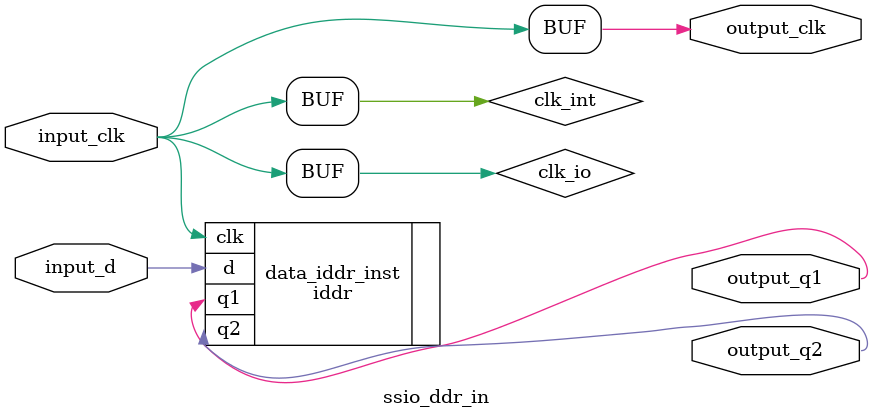
<source format=v>


`timescale 1ns / 1ps

/*
 * Generic source synchronous DDR input
 */
module ssio_ddr_in #
(
    // target ("SIM", "GENERIC", "XILINX", "ALTERA")
    parameter TARGET = "GENERIC",
    // IODDR style ("IODDR", "IODDR2")
    // Use IODDR for Virtex-4, Virtex-5, Virtex-6, 7 Series, Ultrascale
    // Use IODDR2 for Spartan-6
    parameter IODDR_STYLE = "IODDR2",
    // Clock input style ("BUFG", "BUFR", "BUFIO", "BUFIO2")
    // Use BUFR for Virtex-5, Virtex-6, 7-series
    // Use BUFG for Ultrascale
    // Use BUFIO2 for Spartan-6
    parameter CLOCK_INPUT_STYLE = "BUFIO2",
    // Width of register in bits
    parameter WIDTH = 1
)
(
    input  wire             input_clk,

    input  wire [WIDTH-1:0] input_d,

    output wire             output_clk,

    output wire [WIDTH-1:0] output_q1,
    output wire [WIDTH-1:0] output_q2
);

wire clk_int;
wire clk_io;

generate

if (TARGET == "XILINX") begin

    // use Xilinx clocking primitives

    if (CLOCK_INPUT_STYLE == "BUFG") begin

        // buffer RX clock
        BUFG
        clk_bufg (
            .I(input_clk),
            .O(clk_int)
        );

        // pass through RX clock to logic and input buffers
        assign clk_io = clk_int;
        assign output_clk = clk_int;

    end else if (CLOCK_INPUT_STYLE == "BUFR") begin

        assign clk_int = input_clk;

        // pass through RX clock to input buffers
        BUFIO
        clk_bufio (
            .I(clk_int),
            .O(clk_io)
        );

        // pass through RX clock to logic
        BUFR #(
            .BUFR_DIVIDE("BYPASS")
        )
        clk_bufr (
            .I(clk_int),
            .O(output_clk),
            .CE(1'b1),
            .CLR(1'b0)
        );
        
    end else if (CLOCK_INPUT_STYLE == "BUFIO") begin

        assign clk_int = input_clk;

        // pass through RX clock to input buffers
        BUFIO
        clk_bufio (
            .I(clk_int),
            .O(clk_io)
        );

        // pass through RX clock to MAC
        BUFG
        clk_bufg (
            .I(clk_int),
            .O(output_clk)
        );

    end else if (CLOCK_INPUT_STYLE == "BUFIO2") begin

        // pass through RX clock to input buffers
        BUFIO2 #(
            .DIVIDE(1),
            .DIVIDE_BYPASS("TRUE"),
            .I_INVERT("FALSE"),
            .USE_DOUBLER("FALSE")
        )
        clk_bufio (
            .I(input_clk),
            .DIVCLK(clk_int),
            .IOCLK(clk_io),
            .SERDESSTROBE()
        );

        // pass through RX clock to MAC
        BUFG
        clk_bufg (
            .I(clk_int),
            .O(output_clk)
        );

    end

end else begin

    // pass through RX clock to input buffers
    assign clk_io = input_clk;

    // pass through RX clock to logic
    assign clk_int = input_clk;
    assign output_clk = clk_int;

end

endgenerate

iddr #(
    .TARGET(TARGET),
    .IODDR_STYLE(IODDR_STYLE),
    .WIDTH(WIDTH)
)
data_iddr_inst (
    .clk(clk_io),
    .d(input_d),
    .q1(output_q1),
    .q2(output_q2)
);

endmodule

</source>
